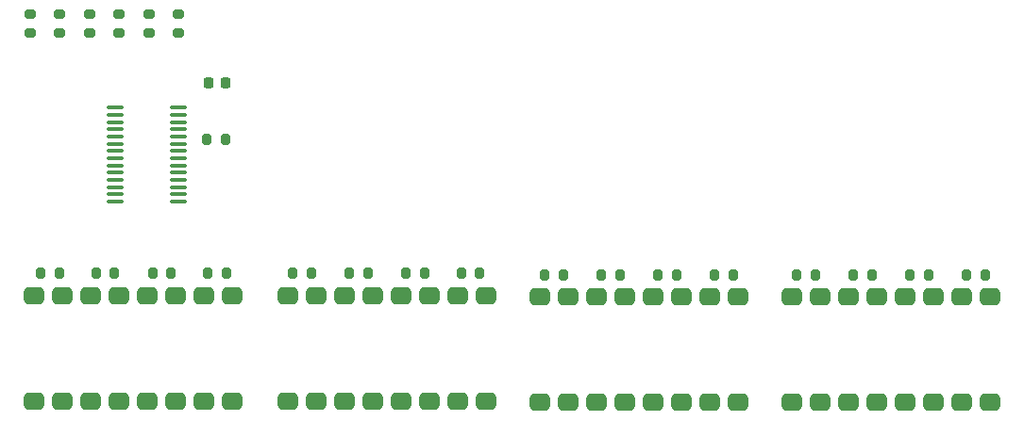
<source format=gtp>
%TF.GenerationSoftware,KiCad,Pcbnew,(6.0.0)*%
%TF.CreationDate,2022-10-09T23:28:55-04:00*%
%TF.ProjectId,i2c 24vout,69326320-3234-4766-9f75-742e6b696361,rev?*%
%TF.SameCoordinates,Original*%
%TF.FileFunction,Paste,Top*%
%TF.FilePolarity,Positive*%
%FSLAX46Y46*%
G04 Gerber Fmt 4.6, Leading zero omitted, Abs format (unit mm)*
G04 Created by KiCad (PCBNEW (6.0.0)) date 2022-10-09 23:28:55*
%MOMM*%
%LPD*%
G01*
G04 APERTURE LIST*
G04 Aperture macros list*
%AMRoundRect*
0 Rectangle with rounded corners*
0 $1 Rounding radius*
0 $2 $3 $4 $5 $6 $7 $8 $9 X,Y pos of 4 corners*
0 Add a 4 corners polygon primitive as box body*
4,1,4,$2,$3,$4,$5,$6,$7,$8,$9,$2,$3,0*
0 Add four circle primitives for the rounded corners*
1,1,$1+$1,$2,$3*
1,1,$1+$1,$4,$5*
1,1,$1+$1,$6,$7*
1,1,$1+$1,$8,$9*
0 Add four rect primitives between the rounded corners*
20,1,$1+$1,$2,$3,$4,$5,0*
20,1,$1+$1,$4,$5,$6,$7,0*
20,1,$1+$1,$6,$7,$8,$9,0*
20,1,$1+$1,$8,$9,$2,$3,0*%
G04 Aperture macros list end*
%ADD10RoundRect,0.200000X0.200000X0.275000X-0.200000X0.275000X-0.200000X-0.275000X0.200000X-0.275000X0*%
%ADD11RoundRect,0.334400X-0.555600X0.425600X-0.555600X-0.425600X0.555600X-0.425600X0.555600X0.425600X0*%
%ADD12RoundRect,0.200000X0.275000X-0.200000X0.275000X0.200000X-0.275000X0.200000X-0.275000X-0.200000X0*%
%ADD13RoundRect,0.225000X-0.225000X-0.250000X0.225000X-0.250000X0.225000X0.250000X-0.225000X0.250000X0*%
%ADD14RoundRect,0.200000X-0.200000X-0.275000X0.200000X-0.275000X0.200000X0.275000X-0.200000X0.275000X0*%
%ADD15RoundRect,0.100000X-0.637500X-0.100000X0.637500X-0.100000X0.637500X0.100000X-0.637500X0.100000X0*%
G04 APERTURE END LIST*
D10*
%TO.C,R9*%
X154535000Y-106847000D03*
X152885000Y-106847000D03*
%TD*%
D11*
%TO.C,U1*%
X124881000Y-108702000D03*
X122341000Y-108702000D03*
X119801000Y-108702000D03*
X117261000Y-108702000D03*
X114721000Y-108702000D03*
X112181000Y-108702000D03*
X109641000Y-108702000D03*
X107101000Y-108702000D03*
X107101000Y-118222000D03*
X109641000Y-118222000D03*
X112181000Y-118222000D03*
X114721000Y-118222000D03*
X117261000Y-118222000D03*
X119801000Y-118222000D03*
X122341000Y-118222000D03*
X124881000Y-118222000D03*
%TD*%
%TO.C,U4*%
X192826000Y-108818000D03*
X190286000Y-108818000D03*
X187746000Y-108818000D03*
X185206000Y-108818000D03*
X182666000Y-108818000D03*
X180126000Y-108818000D03*
X177586000Y-108818000D03*
X175046000Y-108818000D03*
X175046000Y-118338000D03*
X177586000Y-118338000D03*
X180126000Y-118338000D03*
X182666000Y-118338000D03*
X185206000Y-118338000D03*
X187746000Y-118338000D03*
X190286000Y-118338000D03*
X192826000Y-118338000D03*
%TD*%
D12*
%TO.C,R33*%
X106720000Y-85096000D03*
X106720000Y-83446000D03*
%TD*%
D10*
%TO.C,R5*%
X131929000Y-106720000D03*
X130279000Y-106720000D03*
%TD*%
%TO.C,R2*%
X114276000Y-106720000D03*
X112626000Y-106720000D03*
%TD*%
%TO.C,R12*%
X169775000Y-106847000D03*
X168125000Y-106847000D03*
%TD*%
%TO.C,R3*%
X119356000Y-106720000D03*
X117706000Y-106720000D03*
%TD*%
D13*
%TO.C,C17*%
X122709000Y-89575000D03*
X124259000Y-89575000D03*
%TD*%
D10*
%TO.C,R11*%
X164695000Y-106847000D03*
X163045000Y-106847000D03*
%TD*%
%TO.C,R4*%
X124309000Y-106720000D03*
X122659000Y-106720000D03*
%TD*%
D12*
%TO.C,R38*%
X120055000Y-85081000D03*
X120055000Y-83431000D03*
%TD*%
D14*
%TO.C,R39*%
X122583000Y-94655000D03*
X124233000Y-94655000D03*
%TD*%
D10*
%TO.C,R10*%
X159615000Y-106847000D03*
X157965000Y-106847000D03*
%TD*%
%TO.C,R14*%
X182221000Y-106847000D03*
X180571000Y-106847000D03*
%TD*%
D15*
%TO.C,U5*%
X114322500Y-91834000D03*
X114322500Y-92484000D03*
X114322500Y-93134000D03*
X114322500Y-93784000D03*
X114322500Y-94434000D03*
X114322500Y-95084000D03*
X114322500Y-95734000D03*
X114322500Y-96384000D03*
X114322500Y-97034000D03*
X114322500Y-97684000D03*
X114322500Y-98334000D03*
X114322500Y-98984000D03*
X114322500Y-99634000D03*
X114322500Y-100284000D03*
X120047500Y-100284000D03*
X120047500Y-99634000D03*
X120047500Y-98984000D03*
X120047500Y-98334000D03*
X120047500Y-97684000D03*
X120047500Y-97034000D03*
X120047500Y-96384000D03*
X120047500Y-95734000D03*
X120047500Y-95084000D03*
X120047500Y-94434000D03*
X120047500Y-93784000D03*
X120047500Y-93134000D03*
X120047500Y-92484000D03*
X120047500Y-91834000D03*
%TD*%
D12*
%TO.C,R37*%
X117388000Y-85096000D03*
X117388000Y-83446000D03*
%TD*%
D10*
%TO.C,R8*%
X147042000Y-106720000D03*
X145392000Y-106720000D03*
%TD*%
%TO.C,R1*%
X109323000Y-106720000D03*
X107673000Y-106720000D03*
%TD*%
D12*
%TO.C,R36*%
X114721000Y-85081000D03*
X114721000Y-83431000D03*
%TD*%
D10*
%TO.C,R16*%
X192381000Y-106847000D03*
X190731000Y-106847000D03*
%TD*%
D12*
%TO.C,R35*%
X112054000Y-85081000D03*
X112054000Y-83431000D03*
%TD*%
D11*
%TO.C,U2*%
X147614000Y-108702000D03*
X145074000Y-108702000D03*
X142534000Y-108702000D03*
X139994000Y-108702000D03*
X137454000Y-108702000D03*
X134914000Y-108702000D03*
X132374000Y-108702000D03*
X129834000Y-108702000D03*
X129834000Y-118222000D03*
X132374000Y-118222000D03*
X134914000Y-118222000D03*
X137454000Y-118222000D03*
X139994000Y-118222000D03*
X142534000Y-118222000D03*
X145074000Y-118222000D03*
X147614000Y-118222000D03*
%TD*%
%TO.C,U3*%
X170220000Y-108818000D03*
X167680000Y-108818000D03*
X165140000Y-108818000D03*
X162600000Y-108818000D03*
X160060000Y-108818000D03*
X157520000Y-108818000D03*
X154980000Y-108818000D03*
X152440000Y-108818000D03*
X152440000Y-118338000D03*
X154980000Y-118338000D03*
X157520000Y-118338000D03*
X160060000Y-118338000D03*
X162600000Y-118338000D03*
X165140000Y-118338000D03*
X167680000Y-118338000D03*
X170220000Y-118338000D03*
%TD*%
D10*
%TO.C,R13*%
X177141000Y-106847000D03*
X175491000Y-106847000D03*
%TD*%
%TO.C,R7*%
X142089000Y-106720000D03*
X140439000Y-106720000D03*
%TD*%
%TO.C,R6*%
X137009000Y-106720000D03*
X135359000Y-106720000D03*
%TD*%
D12*
%TO.C,R34*%
X109387000Y-85081000D03*
X109387000Y-83431000D03*
%TD*%
D10*
%TO.C,R15*%
X187301000Y-106847000D03*
X185651000Y-106847000D03*
%TD*%
M02*

</source>
